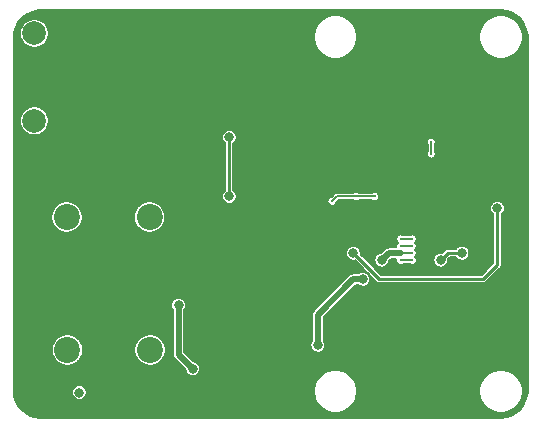
<source format=gbl>
G04 #@! TF.GenerationSoftware,KiCad,Pcbnew,5.1.5*
G04 #@! TF.CreationDate,2020-02-06T17:50:48+09:00*
G04 #@! TF.ProjectId,MIDI-Guy,4d494449-2d47-4757-992e-6b696361645f,rev?*
G04 #@! TF.SameCoordinates,Original*
G04 #@! TF.FileFunction,Copper,L2,Bot*
G04 #@! TF.FilePolarity,Positive*
%FSLAX46Y46*%
G04 Gerber Fmt 4.6, Leading zero omitted, Abs format (unit mm)*
G04 Created by KiCad (PCBNEW 5.1.5) date 2020-02-06 17:50:48*
%MOMM*%
%LPD*%
G04 APERTURE LIST*
%ADD10C,2.200000*%
%ADD11C,2.000000*%
%ADD12C,0.800000*%
%ADD13C,0.320000*%
%ADD14C,0.250000*%
%ADD15C,0.152500*%
%ADD16C,0.500000*%
%ADD17C,0.152000*%
G04 APERTURE END LIST*
D10*
X67800000Y-69000000D03*
X60800000Y-69000000D03*
X67750000Y-57750000D03*
X60750000Y-57750000D03*
D11*
X58000000Y-49600000D03*
X58000000Y-42200000D03*
D12*
X94200000Y-60800000D03*
X92400000Y-61400000D03*
D13*
X85200000Y-56000000D03*
X86800000Y-56000000D03*
X83200000Y-56400000D03*
D12*
X74500000Y-56000000D03*
X74500000Y-51000000D03*
X79000000Y-44000000D03*
X80000000Y-44000000D03*
X81000000Y-44000000D03*
X78000000Y-44000000D03*
X81600000Y-51200000D03*
X96200000Y-60200000D03*
X88400000Y-56400000D03*
X93800000Y-51800000D03*
X92600000Y-43600000D03*
D13*
X93800000Y-60000000D03*
X94837400Y-60000000D03*
D12*
X98500000Y-47750000D03*
X98000000Y-55000000D03*
D13*
X90000000Y-60800000D03*
X89000000Y-60800000D03*
D12*
X61800000Y-72600000D03*
X87400000Y-61400000D03*
X85800000Y-63000000D03*
X82000000Y-68600000D03*
D13*
X91600000Y-52400000D03*
X91600000Y-51400000D03*
X90000000Y-59600000D03*
X89000000Y-59600000D03*
D12*
X71400000Y-70600000D03*
X70200000Y-65200000D03*
D13*
X90000000Y-60200000D03*
X89000000Y-60200000D03*
D12*
X85000000Y-60800000D03*
X97200000Y-57000000D03*
D13*
X90000000Y-61400000D03*
X89000000Y-61400000D03*
D14*
X94200000Y-60800000D02*
X93000000Y-60800000D01*
X93000000Y-60800000D02*
X92400000Y-61400000D01*
D15*
X85200000Y-56000000D02*
X86800000Y-56000000D01*
X85200000Y-56000000D02*
X83600000Y-56000000D01*
X83600000Y-56000000D02*
X83200000Y-56400000D01*
D14*
X74500000Y-56000000D02*
X74500000Y-51000000D01*
D15*
X93800000Y-60000000D02*
X94837400Y-60000000D01*
X90000000Y-60800000D02*
X89000000Y-60800000D01*
D16*
X89000000Y-60800000D02*
X88000000Y-60800000D01*
X88000000Y-60800000D02*
X87400000Y-61400000D01*
X85800000Y-63000000D02*
X85000000Y-63000000D01*
X85000000Y-63000000D02*
X82000000Y-66000000D01*
X82000000Y-66000000D02*
X82000000Y-68600000D01*
D15*
X91600000Y-52400000D02*
X91600000Y-51800000D01*
X91600000Y-51800000D02*
X91600000Y-51400000D01*
X90000000Y-59600000D02*
X89000000Y-59600000D01*
D16*
X71400000Y-70600000D02*
X70200000Y-69400000D01*
X70200000Y-69400000D02*
X70200000Y-65200000D01*
D15*
X90000000Y-60200000D02*
X89000000Y-60200000D01*
D14*
X85000000Y-60800000D02*
X87200000Y-63000000D01*
X87200000Y-63000000D02*
X92400000Y-63000000D01*
X92400000Y-63000000D02*
X96000000Y-63000000D01*
X96000000Y-63000000D02*
X97200000Y-61800000D01*
X97200000Y-61800000D02*
X97200000Y-57000000D01*
D15*
X90000000Y-61400000D02*
X89000000Y-61400000D01*
D17*
G36*
X97936210Y-40296984D02*
G01*
X98355804Y-40423668D01*
X98742801Y-40629438D01*
X99082458Y-40906455D01*
X99361842Y-41244172D01*
X99570309Y-41629724D01*
X99699917Y-42048424D01*
X99746986Y-42496251D01*
X99747000Y-42500312D01*
X99747001Y-72487611D01*
X99703016Y-72936210D01*
X99576334Y-73355801D01*
X99370564Y-73742798D01*
X99093545Y-74082458D01*
X98755828Y-74361842D01*
X98370276Y-74570309D01*
X97951581Y-74699917D01*
X97503749Y-74746986D01*
X97499688Y-74747000D01*
X58512379Y-74747000D01*
X58063790Y-74703016D01*
X57644199Y-74576334D01*
X57257202Y-74370564D01*
X56917542Y-74093545D01*
X56638158Y-73755828D01*
X56429691Y-73370276D01*
X56300083Y-72951581D01*
X56256626Y-72538108D01*
X61171600Y-72538108D01*
X61171600Y-72661892D01*
X61195749Y-72783298D01*
X61243119Y-72897659D01*
X61311890Y-73000582D01*
X61399418Y-73088110D01*
X61502341Y-73156881D01*
X61616702Y-73204251D01*
X61738108Y-73228400D01*
X61861892Y-73228400D01*
X61983298Y-73204251D01*
X62097659Y-73156881D01*
X62200582Y-73088110D01*
X62288110Y-73000582D01*
X62356881Y-72897659D01*
X62404251Y-72783298D01*
X62428400Y-72661892D01*
X62428400Y-72538108D01*
X62404251Y-72416702D01*
X62364162Y-72319918D01*
X81671600Y-72319918D01*
X81671600Y-72680082D01*
X81741864Y-73033325D01*
X81879693Y-73366072D01*
X82079789Y-73665537D01*
X82334463Y-73920211D01*
X82633928Y-74120307D01*
X82966675Y-74258136D01*
X83319918Y-74328400D01*
X83680082Y-74328400D01*
X84033325Y-74258136D01*
X84366072Y-74120307D01*
X84665537Y-73920211D01*
X84920211Y-73665537D01*
X85120307Y-73366072D01*
X85258136Y-73033325D01*
X85328400Y-72680082D01*
X85328400Y-72319918D01*
X95671600Y-72319918D01*
X95671600Y-72680082D01*
X95741864Y-73033325D01*
X95879693Y-73366072D01*
X96079789Y-73665537D01*
X96334463Y-73920211D01*
X96633928Y-74120307D01*
X96966675Y-74258136D01*
X97319918Y-74328400D01*
X97680082Y-74328400D01*
X98033325Y-74258136D01*
X98366072Y-74120307D01*
X98665537Y-73920211D01*
X98920211Y-73665537D01*
X99120307Y-73366072D01*
X99258136Y-73033325D01*
X99328400Y-72680082D01*
X99328400Y-72319918D01*
X99258136Y-71966675D01*
X99120307Y-71633928D01*
X98920211Y-71334463D01*
X98665537Y-71079789D01*
X98366072Y-70879693D01*
X98033325Y-70741864D01*
X97680082Y-70671600D01*
X97319918Y-70671600D01*
X96966675Y-70741864D01*
X96633928Y-70879693D01*
X96334463Y-71079789D01*
X96079789Y-71334463D01*
X95879693Y-71633928D01*
X95741864Y-71966675D01*
X95671600Y-72319918D01*
X85328400Y-72319918D01*
X85258136Y-71966675D01*
X85120307Y-71633928D01*
X84920211Y-71334463D01*
X84665537Y-71079789D01*
X84366072Y-70879693D01*
X84033325Y-70741864D01*
X83680082Y-70671600D01*
X83319918Y-70671600D01*
X82966675Y-70741864D01*
X82633928Y-70879693D01*
X82334463Y-71079789D01*
X82079789Y-71334463D01*
X81879693Y-71633928D01*
X81741864Y-71966675D01*
X81671600Y-72319918D01*
X62364162Y-72319918D01*
X62356881Y-72302341D01*
X62288110Y-72199418D01*
X62200582Y-72111890D01*
X62097659Y-72043119D01*
X61983298Y-71995749D01*
X61861892Y-71971600D01*
X61738108Y-71971600D01*
X61616702Y-71995749D01*
X61502341Y-72043119D01*
X61399418Y-72111890D01*
X61311890Y-72199418D01*
X61243119Y-72302341D01*
X61195749Y-72416702D01*
X61171600Y-72538108D01*
X56256626Y-72538108D01*
X56253014Y-72503749D01*
X56253000Y-72499688D01*
X56253000Y-68869164D01*
X59471600Y-68869164D01*
X59471600Y-69130836D01*
X59522649Y-69387480D01*
X59622787Y-69629234D01*
X59768164Y-69846806D01*
X59953194Y-70031836D01*
X60170766Y-70177213D01*
X60412520Y-70277351D01*
X60669164Y-70328400D01*
X60930836Y-70328400D01*
X61187480Y-70277351D01*
X61429234Y-70177213D01*
X61646806Y-70031836D01*
X61831836Y-69846806D01*
X61977213Y-69629234D01*
X62077351Y-69387480D01*
X62128400Y-69130836D01*
X62128400Y-68869164D01*
X66471600Y-68869164D01*
X66471600Y-69130836D01*
X66522649Y-69387480D01*
X66622787Y-69629234D01*
X66768164Y-69846806D01*
X66953194Y-70031836D01*
X67170766Y-70177213D01*
X67412520Y-70277351D01*
X67669164Y-70328400D01*
X67930836Y-70328400D01*
X68187480Y-70277351D01*
X68429234Y-70177213D01*
X68646806Y-70031836D01*
X68831836Y-69846806D01*
X68977213Y-69629234D01*
X69077351Y-69387480D01*
X69128400Y-69130836D01*
X69128400Y-68869164D01*
X69077351Y-68612520D01*
X68977213Y-68370766D01*
X68831836Y-68153194D01*
X68646806Y-67968164D01*
X68429234Y-67822787D01*
X68187480Y-67722649D01*
X67930836Y-67671600D01*
X67669164Y-67671600D01*
X67412520Y-67722649D01*
X67170766Y-67822787D01*
X66953194Y-67968164D01*
X66768164Y-68153194D01*
X66622787Y-68370766D01*
X66522649Y-68612520D01*
X66471600Y-68869164D01*
X62128400Y-68869164D01*
X62077351Y-68612520D01*
X61977213Y-68370766D01*
X61831836Y-68153194D01*
X61646806Y-67968164D01*
X61429234Y-67822787D01*
X61187480Y-67722649D01*
X60930836Y-67671600D01*
X60669164Y-67671600D01*
X60412520Y-67722649D01*
X60170766Y-67822787D01*
X59953194Y-67968164D01*
X59768164Y-68153194D01*
X59622787Y-68370766D01*
X59522649Y-68612520D01*
X59471600Y-68869164D01*
X56253000Y-68869164D01*
X56253000Y-65138108D01*
X69571600Y-65138108D01*
X69571600Y-65261892D01*
X69595749Y-65383298D01*
X69643119Y-65497659D01*
X69711890Y-65600582D01*
X69721601Y-65610293D01*
X69721600Y-69376516D01*
X69719287Y-69400000D01*
X69721600Y-69423484D01*
X69721600Y-69423493D01*
X69728523Y-69493782D01*
X69755878Y-69583960D01*
X69800301Y-69667070D01*
X69860084Y-69739916D01*
X69878336Y-69754895D01*
X70771600Y-70648160D01*
X70771600Y-70661892D01*
X70795749Y-70783298D01*
X70843119Y-70897659D01*
X70911890Y-71000582D01*
X70999418Y-71088110D01*
X71102341Y-71156881D01*
X71216702Y-71204251D01*
X71338108Y-71228400D01*
X71461892Y-71228400D01*
X71583298Y-71204251D01*
X71697659Y-71156881D01*
X71800582Y-71088110D01*
X71888110Y-71000582D01*
X71956881Y-70897659D01*
X72004251Y-70783298D01*
X72028400Y-70661892D01*
X72028400Y-70538108D01*
X72004251Y-70416702D01*
X71956881Y-70302341D01*
X71888110Y-70199418D01*
X71800582Y-70111890D01*
X71697659Y-70043119D01*
X71583298Y-69995749D01*
X71461892Y-69971600D01*
X71448160Y-69971600D01*
X70678400Y-69201841D01*
X70678400Y-68538108D01*
X81371600Y-68538108D01*
X81371600Y-68661892D01*
X81395749Y-68783298D01*
X81443119Y-68897659D01*
X81511890Y-69000582D01*
X81599418Y-69088110D01*
X81702341Y-69156881D01*
X81816702Y-69204251D01*
X81938108Y-69228400D01*
X82061892Y-69228400D01*
X82183298Y-69204251D01*
X82297659Y-69156881D01*
X82400582Y-69088110D01*
X82488110Y-69000582D01*
X82556881Y-68897659D01*
X82604251Y-68783298D01*
X82628400Y-68661892D01*
X82628400Y-68538108D01*
X82604251Y-68416702D01*
X82556881Y-68302341D01*
X82488110Y-68199418D01*
X82478400Y-68189708D01*
X82478400Y-66198159D01*
X85198159Y-63478400D01*
X85389708Y-63478400D01*
X85399418Y-63488110D01*
X85502341Y-63556881D01*
X85616702Y-63604251D01*
X85738108Y-63628400D01*
X85861892Y-63628400D01*
X85983298Y-63604251D01*
X86097659Y-63556881D01*
X86200582Y-63488110D01*
X86288110Y-63400582D01*
X86356881Y-63297659D01*
X86404251Y-63183298D01*
X86428400Y-63061892D01*
X86428400Y-62938108D01*
X86404251Y-62816702D01*
X86356881Y-62702341D01*
X86288110Y-62599418D01*
X86200582Y-62511890D01*
X86097659Y-62443119D01*
X85983298Y-62395749D01*
X85861892Y-62371600D01*
X85738108Y-62371600D01*
X85616702Y-62395749D01*
X85502341Y-62443119D01*
X85399418Y-62511890D01*
X85389708Y-62521600D01*
X85023494Y-62521600D01*
X85000000Y-62519286D01*
X84976506Y-62521600D01*
X84906217Y-62528523D01*
X84816039Y-62555878D01*
X84732930Y-62600301D01*
X84660084Y-62660084D01*
X84645105Y-62678336D01*
X81678336Y-65645105D01*
X81660084Y-65660084D01*
X81600301Y-65732930D01*
X81555878Y-65816040D01*
X81528523Y-65906218D01*
X81521600Y-65976507D01*
X81521600Y-65976516D01*
X81519287Y-66000000D01*
X81521600Y-66023484D01*
X81521601Y-68189707D01*
X81511890Y-68199418D01*
X81443119Y-68302341D01*
X81395749Y-68416702D01*
X81371600Y-68538108D01*
X70678400Y-68538108D01*
X70678400Y-65610292D01*
X70688110Y-65600582D01*
X70756881Y-65497659D01*
X70804251Y-65383298D01*
X70828400Y-65261892D01*
X70828400Y-65138108D01*
X70804251Y-65016702D01*
X70756881Y-64902341D01*
X70688110Y-64799418D01*
X70600582Y-64711890D01*
X70497659Y-64643119D01*
X70383298Y-64595749D01*
X70261892Y-64571600D01*
X70138108Y-64571600D01*
X70016702Y-64595749D01*
X69902341Y-64643119D01*
X69799418Y-64711890D01*
X69711890Y-64799418D01*
X69643119Y-64902341D01*
X69595749Y-65016702D01*
X69571600Y-65138108D01*
X56253000Y-65138108D01*
X56253000Y-60738108D01*
X84371600Y-60738108D01*
X84371600Y-60861892D01*
X84395749Y-60983298D01*
X84443119Y-61097659D01*
X84511890Y-61200582D01*
X84599418Y-61288110D01*
X84702341Y-61356881D01*
X84816702Y-61404251D01*
X84938108Y-61428400D01*
X85061892Y-61428400D01*
X85117547Y-61417330D01*
X86937839Y-63237622D01*
X86948900Y-63251100D01*
X86962378Y-63262161D01*
X87002711Y-63295262D01*
X87007196Y-63297659D01*
X87064106Y-63328078D01*
X87130722Y-63348286D01*
X87182648Y-63353400D01*
X87182650Y-63353400D01*
X87200000Y-63355109D01*
X87217350Y-63353400D01*
X95982650Y-63353400D01*
X96000000Y-63355109D01*
X96017350Y-63353400D01*
X96017352Y-63353400D01*
X96069278Y-63348286D01*
X96135894Y-63328078D01*
X96197288Y-63295262D01*
X96251100Y-63251100D01*
X96262165Y-63237617D01*
X97437632Y-62062152D01*
X97451099Y-62051100D01*
X97462152Y-62037632D01*
X97462161Y-62037623D01*
X97495262Y-61997289D01*
X97528077Y-61935895D01*
X97528078Y-61935894D01*
X97548286Y-61869278D01*
X97553400Y-61817352D01*
X97553400Y-61817343D01*
X97555108Y-61800001D01*
X97553400Y-61782659D01*
X97553400Y-57519636D01*
X97600582Y-57488110D01*
X97688110Y-57400582D01*
X97756881Y-57297659D01*
X97804251Y-57183298D01*
X97828400Y-57061892D01*
X97828400Y-56938108D01*
X97804251Y-56816702D01*
X97756881Y-56702341D01*
X97688110Y-56599418D01*
X97600582Y-56511890D01*
X97497659Y-56443119D01*
X97383298Y-56395749D01*
X97261892Y-56371600D01*
X97138108Y-56371600D01*
X97016702Y-56395749D01*
X96902341Y-56443119D01*
X96799418Y-56511890D01*
X96711890Y-56599418D01*
X96643119Y-56702341D01*
X96595749Y-56816702D01*
X96571600Y-56938108D01*
X96571600Y-57061892D01*
X96595749Y-57183298D01*
X96643119Y-57297659D01*
X96711890Y-57400582D01*
X96799418Y-57488110D01*
X96846601Y-57519637D01*
X96846600Y-61653616D01*
X95853618Y-62646600D01*
X87346383Y-62646600D01*
X86037891Y-61338108D01*
X86771600Y-61338108D01*
X86771600Y-61461892D01*
X86795749Y-61583298D01*
X86843119Y-61697659D01*
X86911890Y-61800582D01*
X86999418Y-61888110D01*
X87102341Y-61956881D01*
X87216702Y-62004251D01*
X87338108Y-62028400D01*
X87461892Y-62028400D01*
X87583298Y-62004251D01*
X87697659Y-61956881D01*
X87800582Y-61888110D01*
X87888110Y-61800582D01*
X87956881Y-61697659D01*
X88004251Y-61583298D01*
X88028400Y-61461892D01*
X88028400Y-61448159D01*
X88198160Y-61278400D01*
X88629967Y-61278400D01*
X88626526Y-61286708D01*
X88611600Y-61361746D01*
X88611600Y-61438254D01*
X88626526Y-61513292D01*
X88655805Y-61583976D01*
X88698310Y-61647590D01*
X88752410Y-61701690D01*
X88816024Y-61744195D01*
X88886708Y-61773474D01*
X88961746Y-61788400D01*
X89038254Y-61788400D01*
X89113292Y-61773474D01*
X89183976Y-61744195D01*
X89243160Y-61704650D01*
X89756840Y-61704650D01*
X89816024Y-61744195D01*
X89886708Y-61773474D01*
X89961746Y-61788400D01*
X90038254Y-61788400D01*
X90113292Y-61773474D01*
X90183976Y-61744195D01*
X90247590Y-61701690D01*
X90301690Y-61647590D01*
X90344195Y-61583976D01*
X90373474Y-61513292D01*
X90388400Y-61438254D01*
X90388400Y-61361746D01*
X90383699Y-61338108D01*
X91771600Y-61338108D01*
X91771600Y-61461892D01*
X91795749Y-61583298D01*
X91843119Y-61697659D01*
X91911890Y-61800582D01*
X91999418Y-61888110D01*
X92102341Y-61956881D01*
X92216702Y-62004251D01*
X92338108Y-62028400D01*
X92461892Y-62028400D01*
X92583298Y-62004251D01*
X92697659Y-61956881D01*
X92800582Y-61888110D01*
X92888110Y-61800582D01*
X92956881Y-61697659D01*
X93004251Y-61583298D01*
X93028400Y-61461892D01*
X93028400Y-61338108D01*
X93017330Y-61282453D01*
X93146383Y-61153400D01*
X93680364Y-61153400D01*
X93711890Y-61200582D01*
X93799418Y-61288110D01*
X93902341Y-61356881D01*
X94016702Y-61404251D01*
X94138108Y-61428400D01*
X94261892Y-61428400D01*
X94383298Y-61404251D01*
X94497659Y-61356881D01*
X94600582Y-61288110D01*
X94688110Y-61200582D01*
X94756881Y-61097659D01*
X94804251Y-60983298D01*
X94828400Y-60861892D01*
X94828400Y-60738108D01*
X94804251Y-60616702D01*
X94756881Y-60502341D01*
X94688110Y-60399418D01*
X94600582Y-60311890D01*
X94497659Y-60243119D01*
X94383298Y-60195749D01*
X94261892Y-60171600D01*
X94138108Y-60171600D01*
X94016702Y-60195749D01*
X93902341Y-60243119D01*
X93799418Y-60311890D01*
X93711890Y-60399418D01*
X93680364Y-60446600D01*
X93017341Y-60446600D01*
X92999999Y-60444892D01*
X92982657Y-60446600D01*
X92982648Y-60446600D01*
X92930722Y-60451714D01*
X92864106Y-60471922D01*
X92843714Y-60482822D01*
X92802711Y-60504738D01*
X92768360Y-60532930D01*
X92748900Y-60548900D01*
X92737839Y-60562378D01*
X92517547Y-60782670D01*
X92461892Y-60771600D01*
X92338108Y-60771600D01*
X92216702Y-60795749D01*
X92102341Y-60843119D01*
X91999418Y-60911890D01*
X91911890Y-60999418D01*
X91843119Y-61102341D01*
X91795749Y-61216702D01*
X91771600Y-61338108D01*
X90383699Y-61338108D01*
X90373474Y-61286708D01*
X90344195Y-61216024D01*
X90301690Y-61152410D01*
X90249280Y-61100000D01*
X90301690Y-61047590D01*
X90344195Y-60983976D01*
X90373474Y-60913292D01*
X90388400Y-60838254D01*
X90388400Y-60761746D01*
X90373474Y-60686708D01*
X90344195Y-60616024D01*
X90301690Y-60552410D01*
X90249280Y-60500000D01*
X90301690Y-60447590D01*
X90344195Y-60383976D01*
X90373474Y-60313292D01*
X90388400Y-60238254D01*
X90388400Y-60161746D01*
X90373474Y-60086708D01*
X90344195Y-60016024D01*
X90301690Y-59952410D01*
X90249280Y-59900000D01*
X90301690Y-59847590D01*
X90344195Y-59783976D01*
X90373474Y-59713292D01*
X90388400Y-59638254D01*
X90388400Y-59561746D01*
X90373474Y-59486708D01*
X90344195Y-59416024D01*
X90301690Y-59352410D01*
X90247590Y-59298310D01*
X90183976Y-59255805D01*
X90113292Y-59226526D01*
X90038254Y-59211600D01*
X89961746Y-59211600D01*
X89886708Y-59226526D01*
X89816024Y-59255805D01*
X89756840Y-59295350D01*
X89243160Y-59295350D01*
X89183976Y-59255805D01*
X89113292Y-59226526D01*
X89038254Y-59211600D01*
X88961746Y-59211600D01*
X88886708Y-59226526D01*
X88816024Y-59255805D01*
X88752410Y-59298310D01*
X88698310Y-59352410D01*
X88655805Y-59416024D01*
X88626526Y-59486708D01*
X88611600Y-59561746D01*
X88611600Y-59638254D01*
X88626526Y-59713292D01*
X88655805Y-59783976D01*
X88698310Y-59847590D01*
X88750720Y-59900000D01*
X88698310Y-59952410D01*
X88655805Y-60016024D01*
X88626526Y-60086708D01*
X88611600Y-60161746D01*
X88611600Y-60238254D01*
X88626526Y-60313292D01*
X88629967Y-60321600D01*
X88023483Y-60321600D01*
X87999999Y-60319287D01*
X87976515Y-60321600D01*
X87976506Y-60321600D01*
X87906217Y-60328523D01*
X87816039Y-60355878D01*
X87789482Y-60370073D01*
X87732929Y-60400301D01*
X87678332Y-60445108D01*
X87660084Y-60460084D01*
X87645109Y-60478331D01*
X87351841Y-60771600D01*
X87338108Y-60771600D01*
X87216702Y-60795749D01*
X87102341Y-60843119D01*
X86999418Y-60911890D01*
X86911890Y-60999418D01*
X86843119Y-61102341D01*
X86795749Y-61216702D01*
X86771600Y-61338108D01*
X86037891Y-61338108D01*
X85617330Y-60917547D01*
X85628400Y-60861892D01*
X85628400Y-60738108D01*
X85604251Y-60616702D01*
X85556881Y-60502341D01*
X85488110Y-60399418D01*
X85400582Y-60311890D01*
X85297659Y-60243119D01*
X85183298Y-60195749D01*
X85061892Y-60171600D01*
X84938108Y-60171600D01*
X84816702Y-60195749D01*
X84702341Y-60243119D01*
X84599418Y-60311890D01*
X84511890Y-60399418D01*
X84443119Y-60502341D01*
X84395749Y-60616702D01*
X84371600Y-60738108D01*
X56253000Y-60738108D01*
X56253000Y-57619164D01*
X59421600Y-57619164D01*
X59421600Y-57880836D01*
X59472649Y-58137480D01*
X59572787Y-58379234D01*
X59718164Y-58596806D01*
X59903194Y-58781836D01*
X60120766Y-58927213D01*
X60362520Y-59027351D01*
X60619164Y-59078400D01*
X60880836Y-59078400D01*
X61137480Y-59027351D01*
X61379234Y-58927213D01*
X61596806Y-58781836D01*
X61781836Y-58596806D01*
X61927213Y-58379234D01*
X62027351Y-58137480D01*
X62078400Y-57880836D01*
X62078400Y-57619164D01*
X66421600Y-57619164D01*
X66421600Y-57880836D01*
X66472649Y-58137480D01*
X66572787Y-58379234D01*
X66718164Y-58596806D01*
X66903194Y-58781836D01*
X67120766Y-58927213D01*
X67362520Y-59027351D01*
X67619164Y-59078400D01*
X67880836Y-59078400D01*
X68137480Y-59027351D01*
X68379234Y-58927213D01*
X68596806Y-58781836D01*
X68781836Y-58596806D01*
X68927213Y-58379234D01*
X69027351Y-58137480D01*
X69078400Y-57880836D01*
X69078400Y-57619164D01*
X69027351Y-57362520D01*
X68927213Y-57120766D01*
X68781836Y-56903194D01*
X68596806Y-56718164D01*
X68379234Y-56572787D01*
X68137480Y-56472649D01*
X67880836Y-56421600D01*
X67619164Y-56421600D01*
X67362520Y-56472649D01*
X67120766Y-56572787D01*
X66903194Y-56718164D01*
X66718164Y-56903194D01*
X66572787Y-57120766D01*
X66472649Y-57362520D01*
X66421600Y-57619164D01*
X62078400Y-57619164D01*
X62027351Y-57362520D01*
X61927213Y-57120766D01*
X61781836Y-56903194D01*
X61596806Y-56718164D01*
X61379234Y-56572787D01*
X61137480Y-56472649D01*
X60880836Y-56421600D01*
X60619164Y-56421600D01*
X60362520Y-56472649D01*
X60120766Y-56572787D01*
X59903194Y-56718164D01*
X59718164Y-56903194D01*
X59572787Y-57120766D01*
X59472649Y-57362520D01*
X59421600Y-57619164D01*
X56253000Y-57619164D01*
X56253000Y-50938108D01*
X73871600Y-50938108D01*
X73871600Y-51061892D01*
X73895749Y-51183298D01*
X73943119Y-51297659D01*
X74011890Y-51400582D01*
X74099418Y-51488110D01*
X74146601Y-51519637D01*
X74146600Y-55480364D01*
X74099418Y-55511890D01*
X74011890Y-55599418D01*
X73943119Y-55702341D01*
X73895749Y-55816702D01*
X73871600Y-55938108D01*
X73871600Y-56061892D01*
X73895749Y-56183298D01*
X73943119Y-56297659D01*
X74011890Y-56400582D01*
X74099418Y-56488110D01*
X74202341Y-56556881D01*
X74316702Y-56604251D01*
X74438108Y-56628400D01*
X74561892Y-56628400D01*
X74683298Y-56604251D01*
X74797659Y-56556881D01*
X74900582Y-56488110D01*
X74988110Y-56400582D01*
X75014059Y-56361746D01*
X82811600Y-56361746D01*
X82811600Y-56438254D01*
X82826526Y-56513292D01*
X82855805Y-56583976D01*
X82898310Y-56647590D01*
X82952410Y-56701690D01*
X83016024Y-56744195D01*
X83086708Y-56773474D01*
X83161746Y-56788400D01*
X83238254Y-56788400D01*
X83313292Y-56773474D01*
X83383976Y-56744195D01*
X83447590Y-56701690D01*
X83501690Y-56647590D01*
X83544195Y-56583976D01*
X83573474Y-56513292D01*
X83587361Y-56443479D01*
X83726190Y-56304650D01*
X84956840Y-56304650D01*
X85016024Y-56344195D01*
X85086708Y-56373474D01*
X85161746Y-56388400D01*
X85238254Y-56388400D01*
X85313292Y-56373474D01*
X85383976Y-56344195D01*
X85443160Y-56304650D01*
X86556840Y-56304650D01*
X86616024Y-56344195D01*
X86686708Y-56373474D01*
X86761746Y-56388400D01*
X86838254Y-56388400D01*
X86913292Y-56373474D01*
X86983976Y-56344195D01*
X87047590Y-56301690D01*
X87101690Y-56247590D01*
X87144195Y-56183976D01*
X87173474Y-56113292D01*
X87188400Y-56038254D01*
X87188400Y-55961746D01*
X87173474Y-55886708D01*
X87144195Y-55816024D01*
X87101690Y-55752410D01*
X87047590Y-55698310D01*
X86983976Y-55655805D01*
X86913292Y-55626526D01*
X86838254Y-55611600D01*
X86761746Y-55611600D01*
X86686708Y-55626526D01*
X86616024Y-55655805D01*
X86556840Y-55695350D01*
X85443160Y-55695350D01*
X85383976Y-55655805D01*
X85313292Y-55626526D01*
X85238254Y-55611600D01*
X85161746Y-55611600D01*
X85086708Y-55626526D01*
X85016024Y-55655805D01*
X84956840Y-55695350D01*
X83614955Y-55695350D01*
X83599999Y-55693877D01*
X83585043Y-55695350D01*
X83585034Y-55695350D01*
X83540278Y-55699758D01*
X83482851Y-55717178D01*
X83429927Y-55745467D01*
X83383538Y-55783538D01*
X83373999Y-55795161D01*
X83156521Y-56012639D01*
X83086708Y-56026526D01*
X83016024Y-56055805D01*
X82952410Y-56098310D01*
X82898310Y-56152410D01*
X82855805Y-56216024D01*
X82826526Y-56286708D01*
X82811600Y-56361746D01*
X75014059Y-56361746D01*
X75056881Y-56297659D01*
X75104251Y-56183298D01*
X75128400Y-56061892D01*
X75128400Y-55938108D01*
X75104251Y-55816702D01*
X75056881Y-55702341D01*
X74988110Y-55599418D01*
X74900582Y-55511890D01*
X74853400Y-55480364D01*
X74853400Y-51519636D01*
X74900582Y-51488110D01*
X74988110Y-51400582D01*
X75014059Y-51361746D01*
X91211600Y-51361746D01*
X91211600Y-51438254D01*
X91226526Y-51513292D01*
X91255805Y-51583976D01*
X91295350Y-51643160D01*
X91295350Y-51814965D01*
X91295351Y-51814975D01*
X91295350Y-52156839D01*
X91255805Y-52216024D01*
X91226526Y-52286708D01*
X91211600Y-52361746D01*
X91211600Y-52438254D01*
X91226526Y-52513292D01*
X91255805Y-52583976D01*
X91298310Y-52647590D01*
X91352410Y-52701690D01*
X91416024Y-52744195D01*
X91486708Y-52773474D01*
X91561746Y-52788400D01*
X91638254Y-52788400D01*
X91713292Y-52773474D01*
X91783976Y-52744195D01*
X91847590Y-52701690D01*
X91901690Y-52647590D01*
X91944195Y-52583976D01*
X91973474Y-52513292D01*
X91988400Y-52438254D01*
X91988400Y-52361746D01*
X91973474Y-52286708D01*
X91944195Y-52216024D01*
X91904650Y-52156840D01*
X91904650Y-51643160D01*
X91944195Y-51583976D01*
X91973474Y-51513292D01*
X91988400Y-51438254D01*
X91988400Y-51361746D01*
X91973474Y-51286708D01*
X91944195Y-51216024D01*
X91901690Y-51152410D01*
X91847590Y-51098310D01*
X91783976Y-51055805D01*
X91713292Y-51026526D01*
X91638254Y-51011600D01*
X91561746Y-51011600D01*
X91486708Y-51026526D01*
X91416024Y-51055805D01*
X91352410Y-51098310D01*
X91298310Y-51152410D01*
X91255805Y-51216024D01*
X91226526Y-51286708D01*
X91211600Y-51361746D01*
X75014059Y-51361746D01*
X75056881Y-51297659D01*
X75104251Y-51183298D01*
X75128400Y-51061892D01*
X75128400Y-50938108D01*
X75104251Y-50816702D01*
X75056881Y-50702341D01*
X74988110Y-50599418D01*
X74900582Y-50511890D01*
X74797659Y-50443119D01*
X74683298Y-50395749D01*
X74561892Y-50371600D01*
X74438108Y-50371600D01*
X74316702Y-50395749D01*
X74202341Y-50443119D01*
X74099418Y-50511890D01*
X74011890Y-50599418D01*
X73943119Y-50702341D01*
X73895749Y-50816702D01*
X73871600Y-50938108D01*
X56253000Y-50938108D01*
X56253000Y-49479013D01*
X56771600Y-49479013D01*
X56771600Y-49720987D01*
X56818806Y-49958311D01*
X56911406Y-50181866D01*
X57045839Y-50383060D01*
X57216940Y-50554161D01*
X57418134Y-50688594D01*
X57641689Y-50781194D01*
X57879013Y-50828400D01*
X58120987Y-50828400D01*
X58358311Y-50781194D01*
X58581866Y-50688594D01*
X58783060Y-50554161D01*
X58954161Y-50383060D01*
X59088594Y-50181866D01*
X59181194Y-49958311D01*
X59228400Y-49720987D01*
X59228400Y-49479013D01*
X59181194Y-49241689D01*
X59088594Y-49018134D01*
X58954161Y-48816940D01*
X58783060Y-48645839D01*
X58581866Y-48511406D01*
X58358311Y-48418806D01*
X58120987Y-48371600D01*
X57879013Y-48371600D01*
X57641689Y-48418806D01*
X57418134Y-48511406D01*
X57216940Y-48645839D01*
X57045839Y-48816940D01*
X56911406Y-49018134D01*
X56818806Y-49241689D01*
X56771600Y-49479013D01*
X56253000Y-49479013D01*
X56253000Y-42512378D01*
X56295491Y-42079013D01*
X56771600Y-42079013D01*
X56771600Y-42320987D01*
X56818806Y-42558311D01*
X56911406Y-42781866D01*
X57045839Y-42983060D01*
X57216940Y-43154161D01*
X57418134Y-43288594D01*
X57641689Y-43381194D01*
X57879013Y-43428400D01*
X58120987Y-43428400D01*
X58358311Y-43381194D01*
X58581866Y-43288594D01*
X58783060Y-43154161D01*
X58954161Y-42983060D01*
X59088594Y-42781866D01*
X59181194Y-42558311D01*
X59228400Y-42320987D01*
X59228400Y-42319918D01*
X81671600Y-42319918D01*
X81671600Y-42680082D01*
X81741864Y-43033325D01*
X81879693Y-43366072D01*
X82079789Y-43665537D01*
X82334463Y-43920211D01*
X82633928Y-44120307D01*
X82966675Y-44258136D01*
X83319918Y-44328400D01*
X83680082Y-44328400D01*
X84033325Y-44258136D01*
X84366072Y-44120307D01*
X84665537Y-43920211D01*
X84920211Y-43665537D01*
X85120307Y-43366072D01*
X85258136Y-43033325D01*
X85328400Y-42680082D01*
X85328400Y-42319918D01*
X95671600Y-42319918D01*
X95671600Y-42680082D01*
X95741864Y-43033325D01*
X95879693Y-43366072D01*
X96079789Y-43665537D01*
X96334463Y-43920211D01*
X96633928Y-44120307D01*
X96966675Y-44258136D01*
X97319918Y-44328400D01*
X97680082Y-44328400D01*
X98033325Y-44258136D01*
X98366072Y-44120307D01*
X98665537Y-43920211D01*
X98920211Y-43665537D01*
X99120307Y-43366072D01*
X99258136Y-43033325D01*
X99328400Y-42680082D01*
X99328400Y-42319918D01*
X99258136Y-41966675D01*
X99120307Y-41633928D01*
X98920211Y-41334463D01*
X98665537Y-41079789D01*
X98366072Y-40879693D01*
X98033325Y-40741864D01*
X97680082Y-40671600D01*
X97319918Y-40671600D01*
X96966675Y-40741864D01*
X96633928Y-40879693D01*
X96334463Y-41079789D01*
X96079789Y-41334463D01*
X95879693Y-41633928D01*
X95741864Y-41966675D01*
X95671600Y-42319918D01*
X85328400Y-42319918D01*
X85258136Y-41966675D01*
X85120307Y-41633928D01*
X84920211Y-41334463D01*
X84665537Y-41079789D01*
X84366072Y-40879693D01*
X84033325Y-40741864D01*
X83680082Y-40671600D01*
X83319918Y-40671600D01*
X82966675Y-40741864D01*
X82633928Y-40879693D01*
X82334463Y-41079789D01*
X82079789Y-41334463D01*
X81879693Y-41633928D01*
X81741864Y-41966675D01*
X81671600Y-42319918D01*
X59228400Y-42319918D01*
X59228400Y-42079013D01*
X59181194Y-41841689D01*
X59088594Y-41618134D01*
X58954161Y-41416940D01*
X58783060Y-41245839D01*
X58581866Y-41111406D01*
X58358311Y-41018806D01*
X58120987Y-40971600D01*
X57879013Y-40971600D01*
X57641689Y-41018806D01*
X57418134Y-41111406D01*
X57216940Y-41245839D01*
X57045839Y-41416940D01*
X56911406Y-41618134D01*
X56818806Y-41841689D01*
X56771600Y-42079013D01*
X56295491Y-42079013D01*
X56296984Y-42063790D01*
X56423668Y-41644196D01*
X56629438Y-41257199D01*
X56906455Y-40917542D01*
X57244172Y-40638158D01*
X57629724Y-40429691D01*
X58048424Y-40300083D01*
X58496251Y-40253014D01*
X58500312Y-40253000D01*
X97487622Y-40253000D01*
X97936210Y-40296984D01*
G37*
X97936210Y-40296984D02*
X98355804Y-40423668D01*
X98742801Y-40629438D01*
X99082458Y-40906455D01*
X99361842Y-41244172D01*
X99570309Y-41629724D01*
X99699917Y-42048424D01*
X99746986Y-42496251D01*
X99747000Y-42500312D01*
X99747001Y-72487611D01*
X99703016Y-72936210D01*
X99576334Y-73355801D01*
X99370564Y-73742798D01*
X99093545Y-74082458D01*
X98755828Y-74361842D01*
X98370276Y-74570309D01*
X97951581Y-74699917D01*
X97503749Y-74746986D01*
X97499688Y-74747000D01*
X58512379Y-74747000D01*
X58063790Y-74703016D01*
X57644199Y-74576334D01*
X57257202Y-74370564D01*
X56917542Y-74093545D01*
X56638158Y-73755828D01*
X56429691Y-73370276D01*
X56300083Y-72951581D01*
X56256626Y-72538108D01*
X61171600Y-72538108D01*
X61171600Y-72661892D01*
X61195749Y-72783298D01*
X61243119Y-72897659D01*
X61311890Y-73000582D01*
X61399418Y-73088110D01*
X61502341Y-73156881D01*
X61616702Y-73204251D01*
X61738108Y-73228400D01*
X61861892Y-73228400D01*
X61983298Y-73204251D01*
X62097659Y-73156881D01*
X62200582Y-73088110D01*
X62288110Y-73000582D01*
X62356881Y-72897659D01*
X62404251Y-72783298D01*
X62428400Y-72661892D01*
X62428400Y-72538108D01*
X62404251Y-72416702D01*
X62364162Y-72319918D01*
X81671600Y-72319918D01*
X81671600Y-72680082D01*
X81741864Y-73033325D01*
X81879693Y-73366072D01*
X82079789Y-73665537D01*
X82334463Y-73920211D01*
X82633928Y-74120307D01*
X82966675Y-74258136D01*
X83319918Y-74328400D01*
X83680082Y-74328400D01*
X84033325Y-74258136D01*
X84366072Y-74120307D01*
X84665537Y-73920211D01*
X84920211Y-73665537D01*
X85120307Y-73366072D01*
X85258136Y-73033325D01*
X85328400Y-72680082D01*
X85328400Y-72319918D01*
X95671600Y-72319918D01*
X95671600Y-72680082D01*
X95741864Y-73033325D01*
X95879693Y-73366072D01*
X96079789Y-73665537D01*
X96334463Y-73920211D01*
X96633928Y-74120307D01*
X96966675Y-74258136D01*
X97319918Y-74328400D01*
X97680082Y-74328400D01*
X98033325Y-74258136D01*
X98366072Y-74120307D01*
X98665537Y-73920211D01*
X98920211Y-73665537D01*
X99120307Y-73366072D01*
X99258136Y-73033325D01*
X99328400Y-72680082D01*
X99328400Y-72319918D01*
X99258136Y-71966675D01*
X99120307Y-71633928D01*
X98920211Y-71334463D01*
X98665537Y-71079789D01*
X98366072Y-70879693D01*
X98033325Y-70741864D01*
X97680082Y-70671600D01*
X97319918Y-70671600D01*
X96966675Y-70741864D01*
X96633928Y-70879693D01*
X96334463Y-71079789D01*
X96079789Y-71334463D01*
X95879693Y-71633928D01*
X95741864Y-71966675D01*
X95671600Y-72319918D01*
X85328400Y-72319918D01*
X85258136Y-71966675D01*
X85120307Y-71633928D01*
X84920211Y-71334463D01*
X84665537Y-71079789D01*
X84366072Y-70879693D01*
X84033325Y-70741864D01*
X83680082Y-70671600D01*
X83319918Y-70671600D01*
X82966675Y-70741864D01*
X82633928Y-70879693D01*
X82334463Y-71079789D01*
X82079789Y-71334463D01*
X81879693Y-71633928D01*
X81741864Y-71966675D01*
X81671600Y-72319918D01*
X62364162Y-72319918D01*
X62356881Y-72302341D01*
X62288110Y-72199418D01*
X62200582Y-72111890D01*
X62097659Y-72043119D01*
X61983298Y-71995749D01*
X61861892Y-71971600D01*
X61738108Y-71971600D01*
X61616702Y-71995749D01*
X61502341Y-72043119D01*
X61399418Y-72111890D01*
X61311890Y-72199418D01*
X61243119Y-72302341D01*
X61195749Y-72416702D01*
X61171600Y-72538108D01*
X56256626Y-72538108D01*
X56253014Y-72503749D01*
X56253000Y-72499688D01*
X56253000Y-68869164D01*
X59471600Y-68869164D01*
X59471600Y-69130836D01*
X59522649Y-69387480D01*
X59622787Y-69629234D01*
X59768164Y-69846806D01*
X59953194Y-70031836D01*
X60170766Y-70177213D01*
X60412520Y-70277351D01*
X60669164Y-70328400D01*
X60930836Y-70328400D01*
X61187480Y-70277351D01*
X61429234Y-70177213D01*
X61646806Y-70031836D01*
X61831836Y-69846806D01*
X61977213Y-69629234D01*
X62077351Y-69387480D01*
X62128400Y-69130836D01*
X62128400Y-68869164D01*
X66471600Y-68869164D01*
X66471600Y-69130836D01*
X66522649Y-69387480D01*
X66622787Y-69629234D01*
X66768164Y-69846806D01*
X66953194Y-70031836D01*
X67170766Y-70177213D01*
X67412520Y-70277351D01*
X67669164Y-70328400D01*
X67930836Y-70328400D01*
X68187480Y-70277351D01*
X68429234Y-70177213D01*
X68646806Y-70031836D01*
X68831836Y-69846806D01*
X68977213Y-69629234D01*
X69077351Y-69387480D01*
X69128400Y-69130836D01*
X69128400Y-68869164D01*
X69077351Y-68612520D01*
X68977213Y-68370766D01*
X68831836Y-68153194D01*
X68646806Y-67968164D01*
X68429234Y-67822787D01*
X68187480Y-67722649D01*
X67930836Y-67671600D01*
X67669164Y-67671600D01*
X67412520Y-67722649D01*
X67170766Y-67822787D01*
X66953194Y-67968164D01*
X66768164Y-68153194D01*
X66622787Y-68370766D01*
X66522649Y-68612520D01*
X66471600Y-68869164D01*
X62128400Y-68869164D01*
X62077351Y-68612520D01*
X61977213Y-68370766D01*
X61831836Y-68153194D01*
X61646806Y-67968164D01*
X61429234Y-67822787D01*
X61187480Y-67722649D01*
X60930836Y-67671600D01*
X60669164Y-67671600D01*
X60412520Y-67722649D01*
X60170766Y-67822787D01*
X59953194Y-67968164D01*
X59768164Y-68153194D01*
X59622787Y-68370766D01*
X59522649Y-68612520D01*
X59471600Y-68869164D01*
X56253000Y-68869164D01*
X56253000Y-65138108D01*
X69571600Y-65138108D01*
X69571600Y-65261892D01*
X69595749Y-65383298D01*
X69643119Y-65497659D01*
X69711890Y-65600582D01*
X69721601Y-65610293D01*
X69721600Y-69376516D01*
X69719287Y-69400000D01*
X69721600Y-69423484D01*
X69721600Y-69423493D01*
X69728523Y-69493782D01*
X69755878Y-69583960D01*
X69800301Y-69667070D01*
X69860084Y-69739916D01*
X69878336Y-69754895D01*
X70771600Y-70648160D01*
X70771600Y-70661892D01*
X70795749Y-70783298D01*
X70843119Y-70897659D01*
X70911890Y-71000582D01*
X70999418Y-71088110D01*
X71102341Y-71156881D01*
X71216702Y-71204251D01*
X71338108Y-71228400D01*
X71461892Y-71228400D01*
X71583298Y-71204251D01*
X71697659Y-71156881D01*
X71800582Y-71088110D01*
X71888110Y-71000582D01*
X71956881Y-70897659D01*
X72004251Y-70783298D01*
X72028400Y-70661892D01*
X72028400Y-70538108D01*
X72004251Y-70416702D01*
X71956881Y-70302341D01*
X71888110Y-70199418D01*
X71800582Y-70111890D01*
X71697659Y-70043119D01*
X71583298Y-69995749D01*
X71461892Y-69971600D01*
X71448160Y-69971600D01*
X70678400Y-69201841D01*
X70678400Y-68538108D01*
X81371600Y-68538108D01*
X81371600Y-68661892D01*
X81395749Y-68783298D01*
X81443119Y-68897659D01*
X81511890Y-69000582D01*
X81599418Y-69088110D01*
X81702341Y-69156881D01*
X81816702Y-69204251D01*
X81938108Y-69228400D01*
X82061892Y-69228400D01*
X82183298Y-69204251D01*
X82297659Y-69156881D01*
X82400582Y-69088110D01*
X82488110Y-69000582D01*
X82556881Y-68897659D01*
X82604251Y-68783298D01*
X82628400Y-68661892D01*
X82628400Y-68538108D01*
X82604251Y-68416702D01*
X82556881Y-68302341D01*
X82488110Y-68199418D01*
X82478400Y-68189708D01*
X82478400Y-66198159D01*
X85198159Y-63478400D01*
X85389708Y-63478400D01*
X85399418Y-63488110D01*
X85502341Y-63556881D01*
X85616702Y-63604251D01*
X85738108Y-63628400D01*
X85861892Y-63628400D01*
X85983298Y-63604251D01*
X86097659Y-63556881D01*
X86200582Y-63488110D01*
X86288110Y-63400582D01*
X86356881Y-63297659D01*
X86404251Y-63183298D01*
X86428400Y-63061892D01*
X86428400Y-62938108D01*
X86404251Y-62816702D01*
X86356881Y-62702341D01*
X86288110Y-62599418D01*
X86200582Y-62511890D01*
X86097659Y-62443119D01*
X85983298Y-62395749D01*
X85861892Y-62371600D01*
X85738108Y-62371600D01*
X85616702Y-62395749D01*
X85502341Y-62443119D01*
X85399418Y-62511890D01*
X85389708Y-62521600D01*
X85023494Y-62521600D01*
X85000000Y-62519286D01*
X84976506Y-62521600D01*
X84906217Y-62528523D01*
X84816039Y-62555878D01*
X84732930Y-62600301D01*
X84660084Y-62660084D01*
X84645105Y-62678336D01*
X81678336Y-65645105D01*
X81660084Y-65660084D01*
X81600301Y-65732930D01*
X81555878Y-65816040D01*
X81528523Y-65906218D01*
X81521600Y-65976507D01*
X81521600Y-65976516D01*
X81519287Y-66000000D01*
X81521600Y-66023484D01*
X81521601Y-68189707D01*
X81511890Y-68199418D01*
X81443119Y-68302341D01*
X81395749Y-68416702D01*
X81371600Y-68538108D01*
X70678400Y-68538108D01*
X70678400Y-65610292D01*
X70688110Y-65600582D01*
X70756881Y-65497659D01*
X70804251Y-65383298D01*
X70828400Y-65261892D01*
X70828400Y-65138108D01*
X70804251Y-65016702D01*
X70756881Y-64902341D01*
X70688110Y-64799418D01*
X70600582Y-64711890D01*
X70497659Y-64643119D01*
X70383298Y-64595749D01*
X70261892Y-64571600D01*
X70138108Y-64571600D01*
X70016702Y-64595749D01*
X69902341Y-64643119D01*
X69799418Y-64711890D01*
X69711890Y-64799418D01*
X69643119Y-64902341D01*
X69595749Y-65016702D01*
X69571600Y-65138108D01*
X56253000Y-65138108D01*
X56253000Y-60738108D01*
X84371600Y-60738108D01*
X84371600Y-60861892D01*
X84395749Y-60983298D01*
X84443119Y-61097659D01*
X84511890Y-61200582D01*
X84599418Y-61288110D01*
X84702341Y-61356881D01*
X84816702Y-61404251D01*
X84938108Y-61428400D01*
X85061892Y-61428400D01*
X85117547Y-61417330D01*
X86937839Y-63237622D01*
X86948900Y-63251100D01*
X86962378Y-63262161D01*
X87002711Y-63295262D01*
X87007196Y-63297659D01*
X87064106Y-63328078D01*
X87130722Y-63348286D01*
X87182648Y-63353400D01*
X87182650Y-63353400D01*
X87200000Y-63355109D01*
X87217350Y-63353400D01*
X95982650Y-63353400D01*
X96000000Y-63355109D01*
X96017350Y-63353400D01*
X96017352Y-63353400D01*
X96069278Y-63348286D01*
X96135894Y-63328078D01*
X96197288Y-63295262D01*
X96251100Y-63251100D01*
X96262165Y-63237617D01*
X97437632Y-62062152D01*
X97451099Y-62051100D01*
X97462152Y-62037632D01*
X97462161Y-62037623D01*
X97495262Y-61997289D01*
X97528077Y-61935895D01*
X97528078Y-61935894D01*
X97548286Y-61869278D01*
X97553400Y-61817352D01*
X97553400Y-61817343D01*
X97555108Y-61800001D01*
X97553400Y-61782659D01*
X97553400Y-57519636D01*
X97600582Y-57488110D01*
X97688110Y-57400582D01*
X97756881Y-57297659D01*
X97804251Y-57183298D01*
X97828400Y-57061892D01*
X97828400Y-56938108D01*
X97804251Y-56816702D01*
X97756881Y-56702341D01*
X97688110Y-56599418D01*
X97600582Y-56511890D01*
X97497659Y-56443119D01*
X97383298Y-56395749D01*
X97261892Y-56371600D01*
X97138108Y-56371600D01*
X97016702Y-56395749D01*
X96902341Y-56443119D01*
X96799418Y-56511890D01*
X96711890Y-56599418D01*
X96643119Y-56702341D01*
X96595749Y-56816702D01*
X96571600Y-56938108D01*
X96571600Y-57061892D01*
X96595749Y-57183298D01*
X96643119Y-57297659D01*
X96711890Y-57400582D01*
X96799418Y-57488110D01*
X96846601Y-57519637D01*
X96846600Y-61653616D01*
X95853618Y-62646600D01*
X87346383Y-62646600D01*
X86037891Y-61338108D01*
X86771600Y-61338108D01*
X86771600Y-61461892D01*
X86795749Y-61583298D01*
X86843119Y-61697659D01*
X86911890Y-61800582D01*
X86999418Y-61888110D01*
X87102341Y-61956881D01*
X87216702Y-62004251D01*
X87338108Y-62028400D01*
X87461892Y-62028400D01*
X87583298Y-62004251D01*
X87697659Y-61956881D01*
X87800582Y-61888110D01*
X87888110Y-61800582D01*
X87956881Y-61697659D01*
X88004251Y-61583298D01*
X88028400Y-61461892D01*
X88028400Y-61448159D01*
X88198160Y-61278400D01*
X88629967Y-61278400D01*
X88626526Y-61286708D01*
X88611600Y-61361746D01*
X88611600Y-61438254D01*
X88626526Y-61513292D01*
X88655805Y-61583976D01*
X88698310Y-61647590D01*
X88752410Y-61701690D01*
X88816024Y-61744195D01*
X88886708Y-61773474D01*
X88961746Y-61788400D01*
X89038254Y-61788400D01*
X89113292Y-61773474D01*
X89183976Y-61744195D01*
X89243160Y-61704650D01*
X89756840Y-61704650D01*
X89816024Y-61744195D01*
X89886708Y-61773474D01*
X89961746Y-61788400D01*
X90038254Y-61788400D01*
X90113292Y-61773474D01*
X90183976Y-61744195D01*
X90247590Y-61701690D01*
X90301690Y-61647590D01*
X90344195Y-61583976D01*
X90373474Y-61513292D01*
X90388400Y-61438254D01*
X90388400Y-61361746D01*
X90383699Y-61338108D01*
X91771600Y-61338108D01*
X91771600Y-61461892D01*
X91795749Y-61583298D01*
X91843119Y-61697659D01*
X91911890Y-61800582D01*
X91999418Y-61888110D01*
X92102341Y-61956881D01*
X92216702Y-62004251D01*
X92338108Y-62028400D01*
X92461892Y-62028400D01*
X92583298Y-62004251D01*
X92697659Y-61956881D01*
X92800582Y-61888110D01*
X92888110Y-61800582D01*
X92956881Y-61697659D01*
X93004251Y-61583298D01*
X93028400Y-61461892D01*
X93028400Y-61338108D01*
X93017330Y-61282453D01*
X93146383Y-61153400D01*
X93680364Y-61153400D01*
X93711890Y-61200582D01*
X93799418Y-61288110D01*
X93902341Y-61356881D01*
X94016702Y-61404251D01*
X94138108Y-61428400D01*
X94261892Y-61428400D01*
X94383298Y-61404251D01*
X94497659Y-61356881D01*
X94600582Y-61288110D01*
X94688110Y-61200582D01*
X94756881Y-61097659D01*
X94804251Y-60983298D01*
X94828400Y-60861892D01*
X94828400Y-60738108D01*
X94804251Y-60616702D01*
X94756881Y-60502341D01*
X94688110Y-60399418D01*
X94600582Y-60311890D01*
X94497659Y-60243119D01*
X94383298Y-60195749D01*
X94261892Y-60171600D01*
X94138108Y-60171600D01*
X94016702Y-60195749D01*
X93902341Y-60243119D01*
X93799418Y-60311890D01*
X93711890Y-60399418D01*
X93680364Y-60446600D01*
X93017341Y-60446600D01*
X92999999Y-60444892D01*
X92982657Y-60446600D01*
X92982648Y-60446600D01*
X92930722Y-60451714D01*
X92864106Y-60471922D01*
X92843714Y-60482822D01*
X92802711Y-60504738D01*
X92768360Y-60532930D01*
X92748900Y-60548900D01*
X92737839Y-60562378D01*
X92517547Y-60782670D01*
X92461892Y-60771600D01*
X92338108Y-60771600D01*
X92216702Y-60795749D01*
X92102341Y-60843119D01*
X91999418Y-60911890D01*
X91911890Y-60999418D01*
X91843119Y-61102341D01*
X91795749Y-61216702D01*
X91771600Y-61338108D01*
X90383699Y-61338108D01*
X90373474Y-61286708D01*
X90344195Y-61216024D01*
X90301690Y-61152410D01*
X90249280Y-61100000D01*
X90301690Y-61047590D01*
X90344195Y-60983976D01*
X90373474Y-60913292D01*
X90388400Y-60838254D01*
X90388400Y-60761746D01*
X90373474Y-60686708D01*
X90344195Y-60616024D01*
X90301690Y-60552410D01*
X90249280Y-60500000D01*
X90301690Y-60447590D01*
X90344195Y-60383976D01*
X90373474Y-60313292D01*
X90388400Y-60238254D01*
X90388400Y-60161746D01*
X90373474Y-60086708D01*
X90344195Y-60016024D01*
X90301690Y-59952410D01*
X90249280Y-59900000D01*
X90301690Y-59847590D01*
X90344195Y-59783976D01*
X90373474Y-59713292D01*
X90388400Y-59638254D01*
X90388400Y-59561746D01*
X90373474Y-59486708D01*
X90344195Y-59416024D01*
X90301690Y-59352410D01*
X90247590Y-59298310D01*
X90183976Y-59255805D01*
X90113292Y-59226526D01*
X90038254Y-59211600D01*
X89961746Y-59211600D01*
X89886708Y-59226526D01*
X89816024Y-59255805D01*
X89756840Y-59295350D01*
X89243160Y-59295350D01*
X89183976Y-59255805D01*
X89113292Y-59226526D01*
X89038254Y-59211600D01*
X88961746Y-59211600D01*
X88886708Y-59226526D01*
X88816024Y-59255805D01*
X88752410Y-59298310D01*
X88698310Y-59352410D01*
X88655805Y-59416024D01*
X88626526Y-59486708D01*
X88611600Y-59561746D01*
X88611600Y-59638254D01*
X88626526Y-59713292D01*
X88655805Y-59783976D01*
X88698310Y-59847590D01*
X88750720Y-59900000D01*
X88698310Y-59952410D01*
X88655805Y-60016024D01*
X88626526Y-60086708D01*
X88611600Y-60161746D01*
X88611600Y-60238254D01*
X88626526Y-60313292D01*
X88629967Y-60321600D01*
X88023483Y-60321600D01*
X87999999Y-60319287D01*
X87976515Y-60321600D01*
X87976506Y-60321600D01*
X87906217Y-60328523D01*
X87816039Y-60355878D01*
X87789482Y-60370073D01*
X87732929Y-60400301D01*
X87678332Y-60445108D01*
X87660084Y-60460084D01*
X87645109Y-60478331D01*
X87351841Y-60771600D01*
X87338108Y-60771600D01*
X87216702Y-60795749D01*
X87102341Y-60843119D01*
X86999418Y-60911890D01*
X86911890Y-60999418D01*
X86843119Y-61102341D01*
X86795749Y-61216702D01*
X86771600Y-61338108D01*
X86037891Y-61338108D01*
X85617330Y-60917547D01*
X85628400Y-60861892D01*
X85628400Y-60738108D01*
X85604251Y-60616702D01*
X85556881Y-60502341D01*
X85488110Y-60399418D01*
X85400582Y-60311890D01*
X85297659Y-60243119D01*
X85183298Y-60195749D01*
X85061892Y-60171600D01*
X84938108Y-60171600D01*
X84816702Y-60195749D01*
X84702341Y-60243119D01*
X84599418Y-60311890D01*
X84511890Y-60399418D01*
X84443119Y-60502341D01*
X84395749Y-60616702D01*
X84371600Y-60738108D01*
X56253000Y-60738108D01*
X56253000Y-57619164D01*
X59421600Y-57619164D01*
X59421600Y-57880836D01*
X59472649Y-58137480D01*
X59572787Y-58379234D01*
X59718164Y-58596806D01*
X59903194Y-58781836D01*
X60120766Y-58927213D01*
X60362520Y-59027351D01*
X60619164Y-59078400D01*
X60880836Y-59078400D01*
X61137480Y-59027351D01*
X61379234Y-58927213D01*
X61596806Y-58781836D01*
X61781836Y-58596806D01*
X61927213Y-58379234D01*
X62027351Y-58137480D01*
X62078400Y-57880836D01*
X62078400Y-57619164D01*
X66421600Y-57619164D01*
X66421600Y-57880836D01*
X66472649Y-58137480D01*
X66572787Y-58379234D01*
X66718164Y-58596806D01*
X66903194Y-58781836D01*
X67120766Y-58927213D01*
X67362520Y-59027351D01*
X67619164Y-59078400D01*
X67880836Y-59078400D01*
X68137480Y-59027351D01*
X68379234Y-58927213D01*
X68596806Y-58781836D01*
X68781836Y-58596806D01*
X68927213Y-58379234D01*
X69027351Y-58137480D01*
X69078400Y-57880836D01*
X69078400Y-57619164D01*
X69027351Y-57362520D01*
X68927213Y-57120766D01*
X68781836Y-56903194D01*
X68596806Y-56718164D01*
X68379234Y-56572787D01*
X68137480Y-56472649D01*
X67880836Y-56421600D01*
X67619164Y-56421600D01*
X67362520Y-56472649D01*
X67120766Y-56572787D01*
X66903194Y-56718164D01*
X66718164Y-56903194D01*
X66572787Y-57120766D01*
X66472649Y-57362520D01*
X66421600Y-57619164D01*
X62078400Y-57619164D01*
X62027351Y-57362520D01*
X61927213Y-57120766D01*
X61781836Y-56903194D01*
X61596806Y-56718164D01*
X61379234Y-56572787D01*
X61137480Y-56472649D01*
X60880836Y-56421600D01*
X60619164Y-56421600D01*
X60362520Y-56472649D01*
X60120766Y-56572787D01*
X59903194Y-56718164D01*
X59718164Y-56903194D01*
X59572787Y-57120766D01*
X59472649Y-57362520D01*
X59421600Y-57619164D01*
X56253000Y-57619164D01*
X56253000Y-50938108D01*
X73871600Y-50938108D01*
X73871600Y-51061892D01*
X73895749Y-51183298D01*
X73943119Y-51297659D01*
X74011890Y-51400582D01*
X74099418Y-51488110D01*
X74146601Y-51519637D01*
X74146600Y-55480364D01*
X74099418Y-55511890D01*
X74011890Y-55599418D01*
X73943119Y-55702341D01*
X73895749Y-55816702D01*
X73871600Y-55938108D01*
X73871600Y-56061892D01*
X73895749Y-56183298D01*
X73943119Y-56297659D01*
X74011890Y-56400582D01*
X74099418Y-56488110D01*
X74202341Y-56556881D01*
X74316702Y-56604251D01*
X74438108Y-56628400D01*
X74561892Y-56628400D01*
X74683298Y-56604251D01*
X74797659Y-56556881D01*
X74900582Y-56488110D01*
X74988110Y-56400582D01*
X75014059Y-56361746D01*
X82811600Y-56361746D01*
X82811600Y-56438254D01*
X82826526Y-56513292D01*
X82855805Y-56583976D01*
X82898310Y-56647590D01*
X82952410Y-56701690D01*
X83016024Y-56744195D01*
X83086708Y-56773474D01*
X83161746Y-56788400D01*
X83238254Y-56788400D01*
X83313292Y-56773474D01*
X83383976Y-56744195D01*
X83447590Y-56701690D01*
X83501690Y-56647590D01*
X83544195Y-56583976D01*
X83573474Y-56513292D01*
X83587361Y-56443479D01*
X83726190Y-56304650D01*
X84956840Y-56304650D01*
X85016024Y-56344195D01*
X85086708Y-56373474D01*
X85161746Y-56388400D01*
X85238254Y-56388400D01*
X85313292Y-56373474D01*
X85383976Y-56344195D01*
X85443160Y-56304650D01*
X86556840Y-56304650D01*
X86616024Y-56344195D01*
X86686708Y-56373474D01*
X86761746Y-56388400D01*
X86838254Y-56388400D01*
X86913292Y-56373474D01*
X86983976Y-56344195D01*
X87047590Y-56301690D01*
X87101690Y-56247590D01*
X87144195Y-56183976D01*
X87173474Y-56113292D01*
X87188400Y-56038254D01*
X87188400Y-55961746D01*
X87173474Y-55886708D01*
X87144195Y-55816024D01*
X87101690Y-55752410D01*
X87047590Y-55698310D01*
X86983976Y-55655805D01*
X86913292Y-55626526D01*
X86838254Y-55611600D01*
X86761746Y-55611600D01*
X86686708Y-55626526D01*
X86616024Y-55655805D01*
X86556840Y-55695350D01*
X85443160Y-55695350D01*
X85383976Y-55655805D01*
X85313292Y-55626526D01*
X85238254Y-55611600D01*
X85161746Y-55611600D01*
X85086708Y-55626526D01*
X85016024Y-55655805D01*
X84956840Y-55695350D01*
X83614955Y-55695350D01*
X83599999Y-55693877D01*
X83585043Y-55695350D01*
X83585034Y-55695350D01*
X83540278Y-55699758D01*
X83482851Y-55717178D01*
X83429927Y-55745467D01*
X83383538Y-55783538D01*
X83373999Y-55795161D01*
X83156521Y-56012639D01*
X83086708Y-56026526D01*
X83016024Y-56055805D01*
X82952410Y-56098310D01*
X82898310Y-56152410D01*
X82855805Y-56216024D01*
X82826526Y-56286708D01*
X82811600Y-56361746D01*
X75014059Y-56361746D01*
X75056881Y-56297659D01*
X75104251Y-56183298D01*
X75128400Y-56061892D01*
X75128400Y-55938108D01*
X75104251Y-55816702D01*
X75056881Y-55702341D01*
X74988110Y-55599418D01*
X74900582Y-55511890D01*
X74853400Y-55480364D01*
X74853400Y-51519636D01*
X74900582Y-51488110D01*
X74988110Y-51400582D01*
X75014059Y-51361746D01*
X91211600Y-51361746D01*
X91211600Y-51438254D01*
X91226526Y-51513292D01*
X91255805Y-51583976D01*
X91295350Y-51643160D01*
X91295350Y-51814965D01*
X91295351Y-51814975D01*
X91295350Y-52156839D01*
X91255805Y-52216024D01*
X91226526Y-52286708D01*
X91211600Y-52361746D01*
X91211600Y-52438254D01*
X91226526Y-52513292D01*
X91255805Y-52583976D01*
X91298310Y-52647590D01*
X91352410Y-52701690D01*
X91416024Y-52744195D01*
X91486708Y-52773474D01*
X91561746Y-52788400D01*
X91638254Y-52788400D01*
X91713292Y-52773474D01*
X91783976Y-52744195D01*
X91847590Y-52701690D01*
X91901690Y-52647590D01*
X91944195Y-52583976D01*
X91973474Y-52513292D01*
X91988400Y-52438254D01*
X91988400Y-52361746D01*
X91973474Y-52286708D01*
X91944195Y-52216024D01*
X91904650Y-52156840D01*
X91904650Y-51643160D01*
X91944195Y-51583976D01*
X91973474Y-51513292D01*
X91988400Y-51438254D01*
X91988400Y-51361746D01*
X91973474Y-51286708D01*
X91944195Y-51216024D01*
X91901690Y-51152410D01*
X91847590Y-51098310D01*
X91783976Y-51055805D01*
X91713292Y-51026526D01*
X91638254Y-51011600D01*
X91561746Y-51011600D01*
X91486708Y-51026526D01*
X91416024Y-51055805D01*
X91352410Y-51098310D01*
X91298310Y-51152410D01*
X91255805Y-51216024D01*
X91226526Y-51286708D01*
X91211600Y-51361746D01*
X75014059Y-51361746D01*
X75056881Y-51297659D01*
X75104251Y-51183298D01*
X75128400Y-51061892D01*
X75128400Y-50938108D01*
X75104251Y-50816702D01*
X75056881Y-50702341D01*
X74988110Y-50599418D01*
X74900582Y-50511890D01*
X74797659Y-50443119D01*
X74683298Y-50395749D01*
X74561892Y-50371600D01*
X74438108Y-50371600D01*
X74316702Y-50395749D01*
X74202341Y-50443119D01*
X74099418Y-50511890D01*
X74011890Y-50599418D01*
X73943119Y-50702341D01*
X73895749Y-50816702D01*
X73871600Y-50938108D01*
X56253000Y-50938108D01*
X56253000Y-49479013D01*
X56771600Y-49479013D01*
X56771600Y-49720987D01*
X56818806Y-49958311D01*
X56911406Y-50181866D01*
X57045839Y-50383060D01*
X57216940Y-50554161D01*
X57418134Y-50688594D01*
X57641689Y-50781194D01*
X57879013Y-50828400D01*
X58120987Y-50828400D01*
X58358311Y-50781194D01*
X58581866Y-50688594D01*
X58783060Y-50554161D01*
X58954161Y-50383060D01*
X59088594Y-50181866D01*
X59181194Y-49958311D01*
X59228400Y-49720987D01*
X59228400Y-49479013D01*
X59181194Y-49241689D01*
X59088594Y-49018134D01*
X58954161Y-48816940D01*
X58783060Y-48645839D01*
X58581866Y-48511406D01*
X58358311Y-48418806D01*
X58120987Y-48371600D01*
X57879013Y-48371600D01*
X57641689Y-48418806D01*
X57418134Y-48511406D01*
X57216940Y-48645839D01*
X57045839Y-48816940D01*
X56911406Y-49018134D01*
X56818806Y-49241689D01*
X56771600Y-49479013D01*
X56253000Y-49479013D01*
X56253000Y-42512378D01*
X56295491Y-42079013D01*
X56771600Y-42079013D01*
X56771600Y-42320987D01*
X56818806Y-42558311D01*
X56911406Y-42781866D01*
X57045839Y-42983060D01*
X57216940Y-43154161D01*
X57418134Y-43288594D01*
X57641689Y-43381194D01*
X57879013Y-43428400D01*
X58120987Y-43428400D01*
X58358311Y-43381194D01*
X58581866Y-43288594D01*
X58783060Y-43154161D01*
X58954161Y-42983060D01*
X59088594Y-42781866D01*
X59181194Y-42558311D01*
X59228400Y-42320987D01*
X59228400Y-42319918D01*
X81671600Y-42319918D01*
X81671600Y-42680082D01*
X81741864Y-43033325D01*
X81879693Y-43366072D01*
X82079789Y-43665537D01*
X82334463Y-43920211D01*
X82633928Y-44120307D01*
X82966675Y-44258136D01*
X83319918Y-44328400D01*
X83680082Y-44328400D01*
X84033325Y-44258136D01*
X84366072Y-44120307D01*
X84665537Y-43920211D01*
X84920211Y-43665537D01*
X85120307Y-43366072D01*
X85258136Y-43033325D01*
X85328400Y-42680082D01*
X85328400Y-42319918D01*
X95671600Y-42319918D01*
X95671600Y-42680082D01*
X95741864Y-43033325D01*
X95879693Y-43366072D01*
X96079789Y-43665537D01*
X96334463Y-43920211D01*
X96633928Y-44120307D01*
X96966675Y-44258136D01*
X97319918Y-44328400D01*
X97680082Y-44328400D01*
X98033325Y-44258136D01*
X98366072Y-44120307D01*
X98665537Y-43920211D01*
X98920211Y-43665537D01*
X99120307Y-43366072D01*
X99258136Y-43033325D01*
X99328400Y-42680082D01*
X99328400Y-42319918D01*
X99258136Y-41966675D01*
X99120307Y-41633928D01*
X98920211Y-41334463D01*
X98665537Y-41079789D01*
X98366072Y-40879693D01*
X98033325Y-40741864D01*
X97680082Y-40671600D01*
X97319918Y-40671600D01*
X96966675Y-40741864D01*
X96633928Y-40879693D01*
X96334463Y-41079789D01*
X96079789Y-41334463D01*
X95879693Y-41633928D01*
X95741864Y-41966675D01*
X95671600Y-42319918D01*
X85328400Y-42319918D01*
X85258136Y-41966675D01*
X85120307Y-41633928D01*
X84920211Y-41334463D01*
X84665537Y-41079789D01*
X84366072Y-40879693D01*
X84033325Y-40741864D01*
X83680082Y-40671600D01*
X83319918Y-40671600D01*
X82966675Y-40741864D01*
X82633928Y-40879693D01*
X82334463Y-41079789D01*
X82079789Y-41334463D01*
X81879693Y-41633928D01*
X81741864Y-41966675D01*
X81671600Y-42319918D01*
X59228400Y-42319918D01*
X59228400Y-42079013D01*
X59181194Y-41841689D01*
X59088594Y-41618134D01*
X58954161Y-41416940D01*
X58783060Y-41245839D01*
X58581866Y-41111406D01*
X58358311Y-41018806D01*
X58120987Y-40971600D01*
X57879013Y-40971600D01*
X57641689Y-41018806D01*
X57418134Y-41111406D01*
X57216940Y-41245839D01*
X57045839Y-41416940D01*
X56911406Y-41618134D01*
X56818806Y-41841689D01*
X56771600Y-42079013D01*
X56295491Y-42079013D01*
X56296984Y-42063790D01*
X56423668Y-41644196D01*
X56629438Y-41257199D01*
X56906455Y-40917542D01*
X57244172Y-40638158D01*
X57629724Y-40429691D01*
X58048424Y-40300083D01*
X58496251Y-40253014D01*
X58500312Y-40253000D01*
X97487622Y-40253000D01*
X97936210Y-40296984D01*
M02*

</source>
